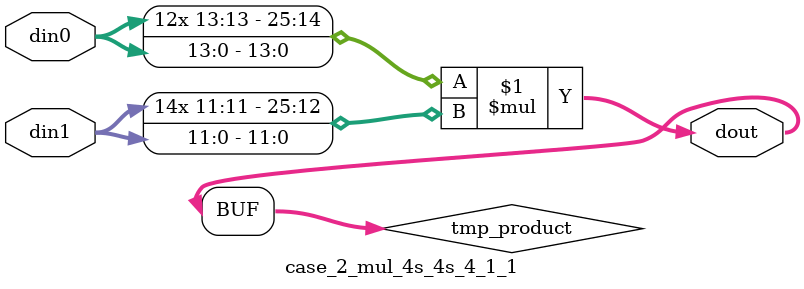
<source format=v>

`timescale 1 ns / 1 ps

 module case_2_mul_4s_4s_4_1_1(din0, din1, dout);
parameter ID = 1;
parameter NUM_STAGE = 0;
parameter din0_WIDTH = 14;
parameter din1_WIDTH = 12;
parameter dout_WIDTH = 26;

input [din0_WIDTH - 1 : 0] din0; 
input [din1_WIDTH - 1 : 0] din1; 
output [dout_WIDTH - 1 : 0] dout;

wire signed [dout_WIDTH - 1 : 0] tmp_product;



























assign tmp_product = $signed(din0) * $signed(din1);








assign dout = tmp_product;





















endmodule

</source>
